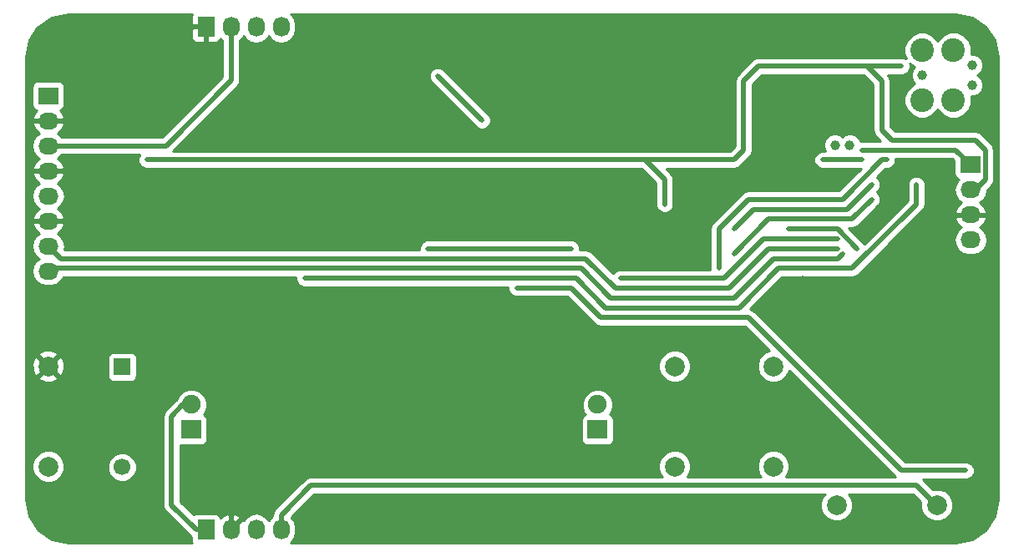
<source format=gbr>
G04 #@! TF.FileFunction,Copper,L2,Bot,Signal*
%FSLAX46Y46*%
G04 Gerber Fmt 4.6, Leading zero omitted, Abs format (unit mm)*
G04 Created by KiCad (PCBNEW 4.0.1-stable) date Tuesday, May 03, 2016 'AMt' 11:53:51 AM*
%MOMM*%
G01*
G04 APERTURE LIST*
%ADD10C,0.150000*%
%ADD11C,1.699260*%
%ADD12R,1.699260X1.699260*%
%ADD13R,2.000000X1.900000*%
%ADD14C,1.900000*%
%ADD15R,2.032000X1.727200*%
%ADD16O,2.032000X1.727200*%
%ADD17C,1.000760*%
%ADD18C,1.998980*%
%ADD19R,1.727200X2.032000*%
%ADD20O,1.727200X2.032000*%
%ADD21C,2.400000*%
%ADD22C,1.000000*%
%ADD23C,0.500000*%
%ADD24C,0.500000*%
%ADD25C,0.254000*%
G04 APERTURE END LIST*
D10*
D11*
X175502540Y-91660520D03*
D12*
X175502540Y-81500520D03*
D13*
X182500000Y-87850000D03*
D14*
X182500000Y-85310000D03*
D13*
X223680000Y-87850000D03*
D14*
X223680000Y-85310000D03*
D15*
X261500000Y-61000000D03*
D16*
X261500000Y-63540000D03*
X261500000Y-66080000D03*
X261500000Y-68620000D03*
D15*
X168000000Y-54000000D03*
D16*
X168000000Y-56540000D03*
X168000000Y-59080000D03*
X168000000Y-61620000D03*
X168000000Y-64160000D03*
X168000000Y-66700000D03*
X168000000Y-69240000D03*
X168000000Y-71780000D03*
D17*
X247750700Y-59000000D03*
X249249300Y-59000000D03*
D18*
X168000000Y-91580000D03*
X168000000Y-81420000D03*
X231500000Y-81420000D03*
X231500000Y-91580000D03*
X241500000Y-81420000D03*
X241500000Y-91580000D03*
X258080000Y-95500000D03*
X247920000Y-95500000D03*
D19*
X184000000Y-98000000D03*
D20*
X186540000Y-98000000D03*
X189080000Y-98000000D03*
X191620000Y-98000000D03*
D19*
X184000000Y-47000000D03*
D20*
X186540000Y-47000000D03*
X189080000Y-47000000D03*
X191620000Y-47000000D03*
D21*
X259755000Y-49370000D03*
X259755000Y-54450000D03*
X256580000Y-49370000D03*
X256580000Y-54450000D03*
D22*
X261660000Y-50894000D03*
X261660000Y-52926000D03*
X256580000Y-51910000D03*
X256580000Y-51910000D03*
X261660000Y-52926000D03*
X261660000Y-50894000D03*
D21*
X256580000Y-54450000D03*
X256580000Y-49370000D03*
X259755000Y-54450000D03*
X259755000Y-49370000D03*
D23*
X225500000Y-56000000D03*
X236500000Y-59500000D03*
X236500000Y-62500000D03*
X230500000Y-56000000D03*
X230500000Y-57000000D03*
X246000000Y-92000000D03*
X246000000Y-95000000D03*
X245000000Y-92000000D03*
X245000000Y-95000000D03*
X201500000Y-92000000D03*
X201500000Y-95000000D03*
X244000000Y-92000000D03*
X244000000Y-95000000D03*
X200500000Y-95000000D03*
X200500000Y-92000000D03*
X199500000Y-92000000D03*
X199500000Y-95000000D03*
X183500000Y-73000000D03*
X183500000Y-69000000D03*
X185500000Y-69000000D03*
X184500000Y-73000000D03*
X184500000Y-69000000D03*
X185500000Y-73000000D03*
X235500000Y-62500000D03*
X235500000Y-59500000D03*
X225500000Y-58000000D03*
X230500000Y-58000000D03*
X234500000Y-62500000D03*
X234500000Y-59500000D03*
X225500000Y-57000000D03*
X220000000Y-62500000D03*
X219000000Y-67500000D03*
X219000000Y-62500000D03*
X221000000Y-62500000D03*
X219000000Y-65000000D03*
X220000000Y-67500000D03*
X220000000Y-65000000D03*
X221000000Y-67500000D03*
X221000000Y-65000000D03*
X260000000Y-90500000D03*
X244500000Y-72500000D03*
X262474998Y-54500000D03*
X246500000Y-59500000D03*
X261000000Y-92000000D03*
X215500000Y-73500000D03*
X230500000Y-65000000D03*
X240000000Y-51000000D03*
X254500000Y-51000000D03*
X178000000Y-60500000D03*
X206500000Y-69500000D03*
X221000000Y-69500000D03*
X246500000Y-60500000D03*
X250500000Y-60500000D03*
X250500000Y-59500000D03*
X248000000Y-69500000D03*
X248500000Y-70000000D03*
X207500000Y-52000000D03*
X212000000Y-56500000D03*
X256000000Y-63000000D03*
X194000000Y-72500000D03*
X236000000Y-71500000D03*
X253000000Y-60500000D03*
X251500000Y-64500000D03*
X237500000Y-70000000D03*
X243000000Y-67500000D03*
X250000000Y-69500000D03*
X237500000Y-67500000D03*
X251500000Y-63000000D03*
X226000000Y-72500000D03*
X248000000Y-68500000D03*
D24*
X230500000Y-56000000D02*
X225500000Y-56000000D01*
X233000000Y-56000000D02*
X236500000Y-59500000D01*
X230500000Y-56000000D02*
X233000000Y-56000000D01*
X245000000Y-95000000D02*
X246000000Y-95000000D01*
X244000000Y-95000000D02*
X245000000Y-95000000D01*
X201500000Y-95000000D02*
X244000000Y-95000000D01*
X200500000Y-92000000D02*
X201500000Y-92000000D01*
X199500000Y-92000000D02*
X200500000Y-92000000D01*
X186540000Y-98000000D02*
X186540000Y-97960000D01*
X186540000Y-97960000D02*
X192500000Y-92000000D01*
X192500000Y-92000000D02*
X199500000Y-92000000D01*
X184500000Y-69000000D02*
X183500000Y-69000000D01*
X185500000Y-69000000D02*
X184500000Y-69000000D01*
X230500000Y-57000000D02*
X233000000Y-57000000D01*
X233000000Y-57000000D02*
X235500000Y-59500000D01*
X230500000Y-58000000D02*
X233000000Y-58000000D01*
X225500000Y-58000000D02*
X230500000Y-58000000D01*
X233000000Y-58000000D02*
X234500000Y-59500000D01*
X225500000Y-57000000D02*
X230500000Y-57000000D01*
X220000000Y-65000000D02*
X220000000Y-62500000D01*
X219000000Y-67500000D02*
X219000000Y-65000000D01*
X219000000Y-62500000D02*
X219000000Y-65000000D01*
X221000000Y-62500000D02*
X221000000Y-65000000D01*
X220000000Y-67500000D02*
X220000000Y-65000000D01*
X221000000Y-65000000D02*
X221000000Y-67500000D01*
X254500000Y-92000000D02*
X261000000Y-92000000D01*
X224000000Y-76500000D02*
X239000000Y-76500000D01*
X221000000Y-73500000D02*
X215500000Y-73500000D01*
X224000000Y-76500000D02*
X221000000Y-73500000D01*
X239000000Y-76500000D02*
X254500000Y-92000000D01*
X230500000Y-62500000D02*
X228500000Y-60500000D01*
X230500000Y-65000000D02*
X230500000Y-62500000D01*
X252500000Y-52500000D02*
X252500000Y-57500000D01*
X261960000Y-63540000D02*
X263000000Y-62500000D01*
X263000000Y-59500000D02*
X262000000Y-58500000D01*
X263000000Y-62500000D02*
X263000000Y-59500000D01*
X252500000Y-52500000D02*
X251000000Y-51000000D01*
X253500000Y-58500000D02*
X262000000Y-58500000D01*
X252500000Y-57500000D02*
X253500000Y-58500000D01*
X261500000Y-63540000D02*
X261960000Y-63540000D01*
X237500000Y-60500000D02*
X238500000Y-59500000D01*
X228500000Y-60500000D02*
X237500000Y-60500000D01*
X238500000Y-59500000D02*
X238500000Y-52500000D01*
X238500000Y-52500000D02*
X240000000Y-51000000D01*
X240000000Y-51000000D02*
X251000000Y-51000000D01*
X251000000Y-51000000D02*
X254500000Y-51000000D01*
X178000000Y-60500000D02*
X228500000Y-60500000D01*
X191620000Y-98000000D02*
X191620000Y-96500000D01*
X256000000Y-93500000D02*
X194620000Y-93500000D01*
X194620000Y-93500000D02*
X191620000Y-96500000D01*
X256000000Y-93500000D02*
X258000000Y-95500000D01*
X258080000Y-95500000D02*
X258000000Y-95500000D01*
X168000000Y-59080000D02*
X179920000Y-59080000D01*
X186540000Y-52460000D02*
X186540000Y-47000000D01*
X179920000Y-59080000D02*
X186540000Y-52460000D01*
X168000000Y-59080000D02*
X168420000Y-59080000D01*
X221000000Y-69500000D02*
X206500000Y-69500000D01*
X250500000Y-60500000D02*
X246500000Y-60500000D01*
X182500000Y-85310000D02*
X181690000Y-85310000D01*
X181690000Y-85310000D02*
X180500000Y-86500000D01*
X183000000Y-98000000D02*
X180500000Y-95500000D01*
X180500000Y-95500000D02*
X180500000Y-90500000D01*
X184000000Y-98000000D02*
X183000000Y-98000000D01*
X180500000Y-86500000D02*
X180500000Y-90500000D01*
X260000000Y-59500000D02*
X261500000Y-61000000D01*
X259000000Y-59500000D02*
X260000000Y-59500000D01*
X255000000Y-59500000D02*
X259000000Y-59500000D01*
X250500000Y-59500000D02*
X255000000Y-59500000D01*
X222500000Y-70500000D02*
X225500000Y-73500000D01*
X222500000Y-70500000D02*
X169260000Y-70500000D01*
X168000000Y-69240000D02*
X169260000Y-70500000D01*
X225500000Y-73500000D02*
X237000000Y-73500000D01*
X248000000Y-69500000D02*
X241000000Y-69500000D01*
X241000000Y-69500000D02*
X237000000Y-73500000D01*
X225000000Y-74500000D02*
X222000000Y-71500000D01*
X248000000Y-70500000D02*
X241500000Y-70500000D01*
X241500000Y-70500000D02*
X237500000Y-74500000D01*
X248500000Y-70000000D02*
X248000000Y-70500000D01*
X225000000Y-74500000D02*
X237500000Y-74500000D01*
X222000000Y-71500000D02*
X168280000Y-71500000D01*
X168280000Y-71500000D02*
X168000000Y-71780000D01*
X207500000Y-52000000D02*
X212000000Y-56500000D01*
X224500000Y-75500000D02*
X221500000Y-72500000D01*
X256000000Y-63000000D02*
X256000000Y-65000000D01*
X256000000Y-65000000D02*
X249500000Y-71500000D01*
X249500000Y-71500000D02*
X242000000Y-71500000D01*
X242000000Y-71500000D02*
X238000000Y-75500000D01*
X224500000Y-75500000D02*
X238000000Y-75500000D01*
X221500000Y-72500000D02*
X194000000Y-72500000D01*
X253000000Y-60500000D02*
X252500000Y-60500000D01*
X236000000Y-67500000D02*
X236000000Y-71500000D01*
X239000000Y-64500000D02*
X236000000Y-67500000D01*
X248500000Y-64500000D02*
X239000000Y-64500000D01*
X252500000Y-60500000D02*
X248500000Y-64500000D01*
X249500000Y-66500000D02*
X251500000Y-64500000D01*
X241000000Y-66500000D02*
X237500000Y-70000000D01*
X241000000Y-66500000D02*
X249500000Y-66500000D01*
X248000000Y-67500000D02*
X250000000Y-69500000D01*
X248000000Y-67500000D02*
X243000000Y-67500000D01*
X239500000Y-65500000D02*
X249000000Y-65500000D01*
X239500000Y-65500000D02*
X237500000Y-67500000D01*
X249000000Y-65500000D02*
X251500000Y-63000000D01*
X236500000Y-72500000D02*
X226000000Y-72500000D01*
X248000000Y-68500000D02*
X240500000Y-68500000D01*
X240500000Y-68500000D02*
X236500000Y-72500000D01*
D25*
G36*
X261636390Y-46049408D02*
X263023654Y-46976349D01*
X263950592Y-48363610D01*
X264290000Y-50069931D01*
X264290000Y-94930069D01*
X263950592Y-96636390D01*
X263023654Y-98023651D01*
X261636390Y-98950592D01*
X259930069Y-99290000D01*
X192611447Y-99290000D01*
X192679670Y-99244415D01*
X193004526Y-98758234D01*
X193118600Y-98184745D01*
X193118600Y-97815255D01*
X193004526Y-97241766D01*
X192679670Y-96755585D01*
X192641500Y-96730080D01*
X194986579Y-94385000D01*
X246723409Y-94385000D01*
X246535154Y-94572927D01*
X246285794Y-95173453D01*
X246285226Y-95823694D01*
X246533538Y-96424655D01*
X246992927Y-96884846D01*
X247593453Y-97134206D01*
X248243694Y-97134774D01*
X248844655Y-96886462D01*
X249304846Y-96427073D01*
X249554206Y-95826547D01*
X249554774Y-95176306D01*
X249306462Y-94575345D01*
X249116449Y-94385000D01*
X255633420Y-94385000D01*
X256445773Y-95197353D01*
X256445226Y-95823694D01*
X256693538Y-96424655D01*
X257152927Y-96884846D01*
X257753453Y-97134206D01*
X258403694Y-97134774D01*
X259004655Y-96886462D01*
X259464846Y-96427073D01*
X259714206Y-95826547D01*
X259714774Y-95176306D01*
X259466462Y-94575345D01*
X259007073Y-94115154D01*
X258406547Y-93865794D01*
X257756306Y-93865226D01*
X257657593Y-93906013D01*
X256636580Y-92885000D01*
X260999801Y-92885000D01*
X261175265Y-92885153D01*
X261500657Y-92750704D01*
X261625788Y-92625791D01*
X261625790Y-92625790D01*
X261625791Y-92625788D01*
X261749829Y-92501967D01*
X261884846Y-92176810D01*
X261885153Y-91824735D01*
X261750704Y-91499343D01*
X261625791Y-91374212D01*
X261625790Y-91374210D01*
X261625788Y-91374209D01*
X261501967Y-91250171D01*
X261176810Y-91115154D01*
X260824735Y-91114847D01*
X260824365Y-91115000D01*
X254866579Y-91115000D01*
X239625790Y-75874210D01*
X239572606Y-75838674D01*
X239338675Y-75682367D01*
X239282484Y-75671190D01*
X239113920Y-75637660D01*
X242366579Y-72385000D01*
X249499995Y-72385000D01*
X249500000Y-72385001D01*
X249810738Y-72323190D01*
X249838675Y-72317633D01*
X250125790Y-72125790D01*
X250125791Y-72125789D01*
X253631579Y-68620000D01*
X259816655Y-68620000D01*
X259930729Y-69193489D01*
X260255585Y-69679670D01*
X260741766Y-70004526D01*
X261315255Y-70118600D01*
X261684745Y-70118600D01*
X262258234Y-70004526D01*
X262744415Y-69679670D01*
X263069271Y-69193489D01*
X263183345Y-68620000D01*
X263069271Y-68046511D01*
X262744415Y-67560330D01*
X262434931Y-67353539D01*
X262850732Y-66982036D01*
X263104709Y-66454791D01*
X263107358Y-66439026D01*
X262986217Y-66207000D01*
X261627000Y-66207000D01*
X261627000Y-66227000D01*
X261373000Y-66227000D01*
X261373000Y-66207000D01*
X260013783Y-66207000D01*
X259892642Y-66439026D01*
X259895291Y-66454791D01*
X260149268Y-66982036D01*
X260565069Y-67353539D01*
X260255585Y-67560330D01*
X259930729Y-68046511D01*
X259816655Y-68620000D01*
X253631579Y-68620000D01*
X256625787Y-65625792D01*
X256625790Y-65625790D01*
X256817633Y-65338675D01*
X256841305Y-65219670D01*
X256885001Y-65000000D01*
X256885000Y-64999995D01*
X256885000Y-63000000D01*
X256885153Y-62824735D01*
X256750704Y-62499343D01*
X256625791Y-62374212D01*
X256625790Y-62374210D01*
X256625788Y-62374209D01*
X256501967Y-62250171D01*
X256176810Y-62115154D01*
X255824735Y-62114847D01*
X255499343Y-62249296D01*
X255374212Y-62374209D01*
X255374210Y-62374210D01*
X255374209Y-62374212D01*
X255250171Y-62498033D01*
X255115154Y-62823190D01*
X255114847Y-63175265D01*
X255115000Y-63175635D01*
X255115000Y-64633421D01*
X250749891Y-68998529D01*
X250501967Y-68750171D01*
X250501596Y-68750017D01*
X249136580Y-67385000D01*
X249499995Y-67385000D01*
X249500000Y-67385001D01*
X249810738Y-67323190D01*
X249838675Y-67317633D01*
X250125790Y-67125790D01*
X252125789Y-65125790D01*
X252125790Y-65125789D01*
X252249829Y-65001967D01*
X252384846Y-64676810D01*
X252385000Y-64500004D01*
X252385001Y-64500000D01*
X252385000Y-64499996D01*
X252385153Y-64324735D01*
X252250704Y-63999343D01*
X252001967Y-63750171D01*
X252001572Y-63750007D01*
X252125790Y-63625789D01*
X252249829Y-63501967D01*
X252384846Y-63176810D01*
X252385000Y-63000004D01*
X252385001Y-63000000D01*
X252385000Y-62999996D01*
X252385153Y-62824735D01*
X252250704Y-62499343D01*
X252125791Y-62374212D01*
X252125790Y-62374210D01*
X252125788Y-62374209D01*
X252001967Y-62250171D01*
X252001572Y-62250007D01*
X252866579Y-61385000D01*
X252999801Y-61385000D01*
X253175265Y-61385153D01*
X253500657Y-61250704D01*
X253625788Y-61125791D01*
X253625790Y-61125790D01*
X253625791Y-61125788D01*
X253749829Y-61001967D01*
X253884846Y-60676810D01*
X253885100Y-60385000D01*
X259633420Y-60385000D01*
X259836560Y-60588140D01*
X259836560Y-61863600D01*
X259880838Y-62098917D01*
X260019910Y-62315041D01*
X260232110Y-62460031D01*
X260273439Y-62468400D01*
X260255585Y-62480330D01*
X259930729Y-62966511D01*
X259816655Y-63540000D01*
X259930729Y-64113489D01*
X260255585Y-64599670D01*
X260565069Y-64806461D01*
X260149268Y-65177964D01*
X259895291Y-65705209D01*
X259892642Y-65720974D01*
X260013783Y-65953000D01*
X261373000Y-65953000D01*
X261373000Y-65933000D01*
X261627000Y-65933000D01*
X261627000Y-65953000D01*
X262986217Y-65953000D01*
X263107358Y-65720974D01*
X263104709Y-65705209D01*
X262850732Y-65177964D01*
X262434931Y-64806461D01*
X262744415Y-64599670D01*
X263069271Y-64113489D01*
X263176334Y-63575245D01*
X263625787Y-63125792D01*
X263625790Y-63125790D01*
X263817633Y-62838675D01*
X263830205Y-62775474D01*
X263885001Y-62500000D01*
X263885000Y-62499995D01*
X263885000Y-59500005D01*
X263885001Y-59500000D01*
X263817634Y-59161326D01*
X263753975Y-59066054D01*
X263625790Y-58874210D01*
X263625787Y-58874208D01*
X262625790Y-57874210D01*
X262562549Y-57831954D01*
X262338675Y-57682367D01*
X262282484Y-57671190D01*
X262000000Y-57614999D01*
X261999995Y-57615000D01*
X253866579Y-57615000D01*
X253385000Y-57133420D01*
X253385000Y-52500000D01*
X253317633Y-52161325D01*
X253133000Y-51885000D01*
X254499801Y-51885000D01*
X254675265Y-51885153D01*
X255000657Y-51750704D01*
X255125788Y-51625791D01*
X255125790Y-51625790D01*
X255125791Y-51625788D01*
X255249829Y-51501967D01*
X255384846Y-51176810D01*
X255385153Y-50824735D01*
X255346858Y-50732053D01*
X255539199Y-50924730D01*
X255836705Y-51048265D01*
X255618355Y-51266235D01*
X255445197Y-51683244D01*
X255444803Y-52134775D01*
X255617233Y-52552086D01*
X255836499Y-52771735D01*
X255541914Y-52893455D01*
X255025270Y-53409199D01*
X254745319Y-54083395D01*
X254744682Y-54813403D01*
X255023455Y-55488086D01*
X255539199Y-56004730D01*
X256213395Y-56284681D01*
X256943403Y-56285318D01*
X257618086Y-56006545D01*
X258134730Y-55490801D01*
X258167233Y-55412524D01*
X258198455Y-55488086D01*
X258714199Y-56004730D01*
X259388395Y-56284681D01*
X260118403Y-56285318D01*
X260793086Y-56006545D01*
X261309730Y-55490801D01*
X261589681Y-54816605D01*
X261590318Y-54086597D01*
X261579713Y-54060931D01*
X261884775Y-54061197D01*
X262302086Y-53888767D01*
X262621645Y-53569765D01*
X262794803Y-53152756D01*
X262795197Y-52701225D01*
X262622767Y-52283914D01*
X262303765Y-51964355D01*
X262173058Y-51910080D01*
X262302086Y-51856767D01*
X262621645Y-51537765D01*
X262794803Y-51120756D01*
X262795197Y-50669225D01*
X262622767Y-50251914D01*
X262303765Y-49932355D01*
X261886756Y-49759197D01*
X261580411Y-49758930D01*
X261589681Y-49736605D01*
X261590318Y-49006597D01*
X261311545Y-48331914D01*
X260795801Y-47815270D01*
X260121605Y-47535319D01*
X259391597Y-47534682D01*
X258716914Y-47813455D01*
X258200270Y-48329199D01*
X258167767Y-48407476D01*
X258136545Y-48331914D01*
X257620801Y-47815270D01*
X256946605Y-47535319D01*
X256216597Y-47534682D01*
X255541914Y-47813455D01*
X255025270Y-48329199D01*
X254745319Y-49003395D01*
X254744682Y-49733403D01*
X254949143Y-50228236D01*
X254676810Y-50115154D01*
X254324735Y-50114847D01*
X254324365Y-50115000D01*
X251000005Y-50115000D01*
X251000000Y-50114999D01*
X250999995Y-50115000D01*
X240000199Y-50115000D01*
X239824735Y-50114847D01*
X239499343Y-50249296D01*
X239374212Y-50374209D01*
X239374210Y-50374210D01*
X239374209Y-50374212D01*
X239250171Y-50498033D01*
X239250017Y-50498404D01*
X237874210Y-51874210D01*
X237682367Y-52161325D01*
X237682367Y-52161326D01*
X237614999Y-52500000D01*
X237615000Y-52500005D01*
X237615000Y-59133421D01*
X237133420Y-59615000D01*
X228500005Y-59615000D01*
X228500000Y-59614999D01*
X228499995Y-59615000D01*
X180636580Y-59615000D01*
X187165787Y-53085792D01*
X187165790Y-53085790D01*
X187357633Y-52798675D01*
X187382769Y-52672310D01*
X187425001Y-52460000D01*
X187425000Y-52459995D01*
X187425000Y-52175265D01*
X206614847Y-52175265D01*
X206749296Y-52500657D01*
X206874209Y-52625788D01*
X206874210Y-52625790D01*
X206874522Y-52626102D01*
X206998033Y-52749829D01*
X206998402Y-52749982D01*
X211373950Y-57125529D01*
X211498033Y-57249829D01*
X211823190Y-57384846D01*
X211999996Y-57385000D01*
X212000000Y-57385001D01*
X212000004Y-57385000D01*
X212175265Y-57385153D01*
X212500657Y-57250704D01*
X212749829Y-57001967D01*
X212884846Y-56676810D01*
X212885000Y-56500004D01*
X212885001Y-56500000D01*
X212885000Y-56499996D01*
X212885153Y-56324735D01*
X212750704Y-55999343D01*
X212501967Y-55750171D01*
X212501596Y-55750017D01*
X208125790Y-51374210D01*
X208125788Y-51374209D01*
X208001967Y-51250171D01*
X207676810Y-51115154D01*
X207500004Y-51115000D01*
X207500000Y-51114999D01*
X207499996Y-51115000D01*
X207324735Y-51114847D01*
X206999343Y-51249296D01*
X206874212Y-51374209D01*
X206874210Y-51374210D01*
X206874209Y-51374212D01*
X206750171Y-51498033D01*
X206615154Y-51823190D01*
X206615000Y-51999996D01*
X206614999Y-52000000D01*
X206615000Y-52000004D01*
X206614847Y-52175265D01*
X187425000Y-52175265D01*
X187425000Y-48361126D01*
X187599670Y-48244415D01*
X187810000Y-47929634D01*
X188020330Y-48244415D01*
X188506511Y-48569271D01*
X189080000Y-48683345D01*
X189653489Y-48569271D01*
X190139670Y-48244415D01*
X190350000Y-47929634D01*
X190560330Y-48244415D01*
X191046511Y-48569271D01*
X191620000Y-48683345D01*
X192193489Y-48569271D01*
X192679670Y-48244415D01*
X193004526Y-47758234D01*
X193118600Y-47184745D01*
X193118600Y-46815255D01*
X193004526Y-46241766D01*
X192679670Y-45755585D01*
X192611447Y-45710000D01*
X259930069Y-45710000D01*
X261636390Y-46049408D01*
X261636390Y-46049408D01*
G37*
X261636390Y-46049408D02*
X263023654Y-46976349D01*
X263950592Y-48363610D01*
X264290000Y-50069931D01*
X264290000Y-94930069D01*
X263950592Y-96636390D01*
X263023654Y-98023651D01*
X261636390Y-98950592D01*
X259930069Y-99290000D01*
X192611447Y-99290000D01*
X192679670Y-99244415D01*
X193004526Y-98758234D01*
X193118600Y-98184745D01*
X193118600Y-97815255D01*
X193004526Y-97241766D01*
X192679670Y-96755585D01*
X192641500Y-96730080D01*
X194986579Y-94385000D01*
X246723409Y-94385000D01*
X246535154Y-94572927D01*
X246285794Y-95173453D01*
X246285226Y-95823694D01*
X246533538Y-96424655D01*
X246992927Y-96884846D01*
X247593453Y-97134206D01*
X248243694Y-97134774D01*
X248844655Y-96886462D01*
X249304846Y-96427073D01*
X249554206Y-95826547D01*
X249554774Y-95176306D01*
X249306462Y-94575345D01*
X249116449Y-94385000D01*
X255633420Y-94385000D01*
X256445773Y-95197353D01*
X256445226Y-95823694D01*
X256693538Y-96424655D01*
X257152927Y-96884846D01*
X257753453Y-97134206D01*
X258403694Y-97134774D01*
X259004655Y-96886462D01*
X259464846Y-96427073D01*
X259714206Y-95826547D01*
X259714774Y-95176306D01*
X259466462Y-94575345D01*
X259007073Y-94115154D01*
X258406547Y-93865794D01*
X257756306Y-93865226D01*
X257657593Y-93906013D01*
X256636580Y-92885000D01*
X260999801Y-92885000D01*
X261175265Y-92885153D01*
X261500657Y-92750704D01*
X261625788Y-92625791D01*
X261625790Y-92625790D01*
X261625791Y-92625788D01*
X261749829Y-92501967D01*
X261884846Y-92176810D01*
X261885153Y-91824735D01*
X261750704Y-91499343D01*
X261625791Y-91374212D01*
X261625790Y-91374210D01*
X261625788Y-91374209D01*
X261501967Y-91250171D01*
X261176810Y-91115154D01*
X260824735Y-91114847D01*
X260824365Y-91115000D01*
X254866579Y-91115000D01*
X239625790Y-75874210D01*
X239572606Y-75838674D01*
X239338675Y-75682367D01*
X239282484Y-75671190D01*
X239113920Y-75637660D01*
X242366579Y-72385000D01*
X249499995Y-72385000D01*
X249500000Y-72385001D01*
X249810738Y-72323190D01*
X249838675Y-72317633D01*
X250125790Y-72125790D01*
X250125791Y-72125789D01*
X253631579Y-68620000D01*
X259816655Y-68620000D01*
X259930729Y-69193489D01*
X260255585Y-69679670D01*
X260741766Y-70004526D01*
X261315255Y-70118600D01*
X261684745Y-70118600D01*
X262258234Y-70004526D01*
X262744415Y-69679670D01*
X263069271Y-69193489D01*
X263183345Y-68620000D01*
X263069271Y-68046511D01*
X262744415Y-67560330D01*
X262434931Y-67353539D01*
X262850732Y-66982036D01*
X263104709Y-66454791D01*
X263107358Y-66439026D01*
X262986217Y-66207000D01*
X261627000Y-66207000D01*
X261627000Y-66227000D01*
X261373000Y-66227000D01*
X261373000Y-66207000D01*
X260013783Y-66207000D01*
X259892642Y-66439026D01*
X259895291Y-66454791D01*
X260149268Y-66982036D01*
X260565069Y-67353539D01*
X260255585Y-67560330D01*
X259930729Y-68046511D01*
X259816655Y-68620000D01*
X253631579Y-68620000D01*
X256625787Y-65625792D01*
X256625790Y-65625790D01*
X256817633Y-65338675D01*
X256841305Y-65219670D01*
X256885001Y-65000000D01*
X256885000Y-64999995D01*
X256885000Y-63000000D01*
X256885153Y-62824735D01*
X256750704Y-62499343D01*
X256625791Y-62374212D01*
X256625790Y-62374210D01*
X256625788Y-62374209D01*
X256501967Y-62250171D01*
X256176810Y-62115154D01*
X255824735Y-62114847D01*
X255499343Y-62249296D01*
X255374212Y-62374209D01*
X255374210Y-62374210D01*
X255374209Y-62374212D01*
X255250171Y-62498033D01*
X255115154Y-62823190D01*
X255114847Y-63175265D01*
X255115000Y-63175635D01*
X255115000Y-64633421D01*
X250749891Y-68998529D01*
X250501967Y-68750171D01*
X250501596Y-68750017D01*
X249136580Y-67385000D01*
X249499995Y-67385000D01*
X249500000Y-67385001D01*
X249810738Y-67323190D01*
X249838675Y-67317633D01*
X250125790Y-67125790D01*
X252125789Y-65125790D01*
X252125790Y-65125789D01*
X252249829Y-65001967D01*
X252384846Y-64676810D01*
X252385000Y-64500004D01*
X252385001Y-64500000D01*
X252385000Y-64499996D01*
X252385153Y-64324735D01*
X252250704Y-63999343D01*
X252001967Y-63750171D01*
X252001572Y-63750007D01*
X252125790Y-63625789D01*
X252249829Y-63501967D01*
X252384846Y-63176810D01*
X252385000Y-63000004D01*
X252385001Y-63000000D01*
X252385000Y-62999996D01*
X252385153Y-62824735D01*
X252250704Y-62499343D01*
X252125791Y-62374212D01*
X252125790Y-62374210D01*
X252125788Y-62374209D01*
X252001967Y-62250171D01*
X252001572Y-62250007D01*
X252866579Y-61385000D01*
X252999801Y-61385000D01*
X253175265Y-61385153D01*
X253500657Y-61250704D01*
X253625788Y-61125791D01*
X253625790Y-61125790D01*
X253625791Y-61125788D01*
X253749829Y-61001967D01*
X253884846Y-60676810D01*
X253885100Y-60385000D01*
X259633420Y-60385000D01*
X259836560Y-60588140D01*
X259836560Y-61863600D01*
X259880838Y-62098917D01*
X260019910Y-62315041D01*
X260232110Y-62460031D01*
X260273439Y-62468400D01*
X260255585Y-62480330D01*
X259930729Y-62966511D01*
X259816655Y-63540000D01*
X259930729Y-64113489D01*
X260255585Y-64599670D01*
X260565069Y-64806461D01*
X260149268Y-65177964D01*
X259895291Y-65705209D01*
X259892642Y-65720974D01*
X260013783Y-65953000D01*
X261373000Y-65953000D01*
X261373000Y-65933000D01*
X261627000Y-65933000D01*
X261627000Y-65953000D01*
X262986217Y-65953000D01*
X263107358Y-65720974D01*
X263104709Y-65705209D01*
X262850732Y-65177964D01*
X262434931Y-64806461D01*
X262744415Y-64599670D01*
X263069271Y-64113489D01*
X263176334Y-63575245D01*
X263625787Y-63125792D01*
X263625790Y-63125790D01*
X263817633Y-62838675D01*
X263830205Y-62775474D01*
X263885001Y-62500000D01*
X263885000Y-62499995D01*
X263885000Y-59500005D01*
X263885001Y-59500000D01*
X263817634Y-59161326D01*
X263753975Y-59066054D01*
X263625790Y-58874210D01*
X263625787Y-58874208D01*
X262625790Y-57874210D01*
X262562549Y-57831954D01*
X262338675Y-57682367D01*
X262282484Y-57671190D01*
X262000000Y-57614999D01*
X261999995Y-57615000D01*
X253866579Y-57615000D01*
X253385000Y-57133420D01*
X253385000Y-52500000D01*
X253317633Y-52161325D01*
X253133000Y-51885000D01*
X254499801Y-51885000D01*
X254675265Y-51885153D01*
X255000657Y-51750704D01*
X255125788Y-51625791D01*
X255125790Y-51625790D01*
X255125791Y-51625788D01*
X255249829Y-51501967D01*
X255384846Y-51176810D01*
X255385153Y-50824735D01*
X255346858Y-50732053D01*
X255539199Y-50924730D01*
X255836705Y-51048265D01*
X255618355Y-51266235D01*
X255445197Y-51683244D01*
X255444803Y-52134775D01*
X255617233Y-52552086D01*
X255836499Y-52771735D01*
X255541914Y-52893455D01*
X255025270Y-53409199D01*
X254745319Y-54083395D01*
X254744682Y-54813403D01*
X255023455Y-55488086D01*
X255539199Y-56004730D01*
X256213395Y-56284681D01*
X256943403Y-56285318D01*
X257618086Y-56006545D01*
X258134730Y-55490801D01*
X258167233Y-55412524D01*
X258198455Y-55488086D01*
X258714199Y-56004730D01*
X259388395Y-56284681D01*
X260118403Y-56285318D01*
X260793086Y-56006545D01*
X261309730Y-55490801D01*
X261589681Y-54816605D01*
X261590318Y-54086597D01*
X261579713Y-54060931D01*
X261884775Y-54061197D01*
X262302086Y-53888767D01*
X262621645Y-53569765D01*
X262794803Y-53152756D01*
X262795197Y-52701225D01*
X262622767Y-52283914D01*
X262303765Y-51964355D01*
X262173058Y-51910080D01*
X262302086Y-51856767D01*
X262621645Y-51537765D01*
X262794803Y-51120756D01*
X262795197Y-50669225D01*
X262622767Y-50251914D01*
X262303765Y-49932355D01*
X261886756Y-49759197D01*
X261580411Y-49758930D01*
X261589681Y-49736605D01*
X261590318Y-49006597D01*
X261311545Y-48331914D01*
X260795801Y-47815270D01*
X260121605Y-47535319D01*
X259391597Y-47534682D01*
X258716914Y-47813455D01*
X258200270Y-48329199D01*
X258167767Y-48407476D01*
X258136545Y-48331914D01*
X257620801Y-47815270D01*
X256946605Y-47535319D01*
X256216597Y-47534682D01*
X255541914Y-47813455D01*
X255025270Y-48329199D01*
X254745319Y-49003395D01*
X254744682Y-49733403D01*
X254949143Y-50228236D01*
X254676810Y-50115154D01*
X254324735Y-50114847D01*
X254324365Y-50115000D01*
X251000005Y-50115000D01*
X251000000Y-50114999D01*
X250999995Y-50115000D01*
X240000199Y-50115000D01*
X239824735Y-50114847D01*
X239499343Y-50249296D01*
X239374212Y-50374209D01*
X239374210Y-50374210D01*
X239374209Y-50374212D01*
X239250171Y-50498033D01*
X239250017Y-50498404D01*
X237874210Y-51874210D01*
X237682367Y-52161325D01*
X237682367Y-52161326D01*
X237614999Y-52500000D01*
X237615000Y-52500005D01*
X237615000Y-59133421D01*
X237133420Y-59615000D01*
X228500005Y-59615000D01*
X228500000Y-59614999D01*
X228499995Y-59615000D01*
X180636580Y-59615000D01*
X187165787Y-53085792D01*
X187165790Y-53085790D01*
X187357633Y-52798675D01*
X187382769Y-52672310D01*
X187425001Y-52460000D01*
X187425000Y-52459995D01*
X187425000Y-52175265D01*
X206614847Y-52175265D01*
X206749296Y-52500657D01*
X206874209Y-52625788D01*
X206874210Y-52625790D01*
X206874522Y-52626102D01*
X206998033Y-52749829D01*
X206998402Y-52749982D01*
X211373950Y-57125529D01*
X211498033Y-57249829D01*
X211823190Y-57384846D01*
X211999996Y-57385000D01*
X212000000Y-57385001D01*
X212000004Y-57385000D01*
X212175265Y-57385153D01*
X212500657Y-57250704D01*
X212749829Y-57001967D01*
X212884846Y-56676810D01*
X212885000Y-56500004D01*
X212885001Y-56500000D01*
X212885000Y-56499996D01*
X212885153Y-56324735D01*
X212750704Y-55999343D01*
X212501967Y-55750171D01*
X212501596Y-55750017D01*
X208125790Y-51374210D01*
X208125788Y-51374209D01*
X208001967Y-51250171D01*
X207676810Y-51115154D01*
X207500004Y-51115000D01*
X207500000Y-51114999D01*
X207499996Y-51115000D01*
X207324735Y-51114847D01*
X206999343Y-51249296D01*
X206874212Y-51374209D01*
X206874210Y-51374210D01*
X206874209Y-51374212D01*
X206750171Y-51498033D01*
X206615154Y-51823190D01*
X206615000Y-51999996D01*
X206614999Y-52000000D01*
X206615000Y-52000004D01*
X206614847Y-52175265D01*
X187425000Y-52175265D01*
X187425000Y-48361126D01*
X187599670Y-48244415D01*
X187810000Y-47929634D01*
X188020330Y-48244415D01*
X188506511Y-48569271D01*
X189080000Y-48683345D01*
X189653489Y-48569271D01*
X190139670Y-48244415D01*
X190350000Y-47929634D01*
X190560330Y-48244415D01*
X191046511Y-48569271D01*
X191620000Y-48683345D01*
X192193489Y-48569271D01*
X192679670Y-48244415D01*
X193004526Y-47758234D01*
X193118600Y-47184745D01*
X193118600Y-46815255D01*
X193004526Y-46241766D01*
X192679670Y-45755585D01*
X192611447Y-45710000D01*
X259930069Y-45710000D01*
X261636390Y-46049408D01*
G36*
X182501400Y-45857691D02*
X182501400Y-46714250D01*
X182660150Y-46873000D01*
X183873000Y-46873000D01*
X183873000Y-46853000D01*
X184127000Y-46853000D01*
X184127000Y-46873000D01*
X184147000Y-46873000D01*
X184147000Y-47127000D01*
X184127000Y-47127000D01*
X184127000Y-48492250D01*
X184285750Y-48651000D01*
X184989910Y-48651000D01*
X185223299Y-48554327D01*
X185401927Y-48375698D01*
X185465500Y-48222220D01*
X185480330Y-48244415D01*
X185655000Y-48361126D01*
X185655000Y-52093421D01*
X179553420Y-58195000D01*
X169361126Y-58195000D01*
X169244415Y-58020330D01*
X168934931Y-57813539D01*
X169350732Y-57442036D01*
X169604709Y-56914791D01*
X169607358Y-56899026D01*
X169486217Y-56667000D01*
X168127000Y-56667000D01*
X168127000Y-56687000D01*
X167873000Y-56687000D01*
X167873000Y-56667000D01*
X166513783Y-56667000D01*
X166392642Y-56899026D01*
X166395291Y-56914791D01*
X166649268Y-57442036D01*
X167065069Y-57813539D01*
X166755585Y-58020330D01*
X166430729Y-58506511D01*
X166316655Y-59080000D01*
X166430729Y-59653489D01*
X166755585Y-60139670D01*
X167065069Y-60346461D01*
X166649268Y-60717964D01*
X166395291Y-61245209D01*
X166392642Y-61260974D01*
X166513783Y-61493000D01*
X167873000Y-61493000D01*
X167873000Y-61473000D01*
X168127000Y-61473000D01*
X168127000Y-61493000D01*
X169486217Y-61493000D01*
X169607358Y-61260974D01*
X169604709Y-61245209D01*
X169350732Y-60717964D01*
X168934931Y-60346461D01*
X169244415Y-60139670D01*
X169361126Y-59965000D01*
X177283262Y-59965000D01*
X177250171Y-59998033D01*
X177115154Y-60323190D01*
X177114847Y-60675265D01*
X177249296Y-61000657D01*
X177374209Y-61125788D01*
X177374210Y-61125790D01*
X177374212Y-61125791D01*
X177498033Y-61249829D01*
X177823190Y-61384846D01*
X178175265Y-61385153D01*
X178175635Y-61385000D01*
X228133420Y-61385000D01*
X229615000Y-62866579D01*
X229615000Y-64999801D01*
X229614847Y-65175265D01*
X229749296Y-65500657D01*
X229874209Y-65625788D01*
X229874210Y-65625790D01*
X229874212Y-65625791D01*
X229998033Y-65749829D01*
X230323190Y-65884846D01*
X230675265Y-65885153D01*
X231000657Y-65750704D01*
X231125788Y-65625791D01*
X231125790Y-65625790D01*
X231125791Y-65625788D01*
X231249829Y-65501967D01*
X231384846Y-65176810D01*
X231385153Y-64824735D01*
X231385000Y-64824365D01*
X231385000Y-62500005D01*
X231385001Y-62500000D01*
X231317633Y-62161325D01*
X231125790Y-61874210D01*
X231125787Y-61874208D01*
X230636579Y-61385000D01*
X237499995Y-61385000D01*
X237500000Y-61385001D01*
X237782484Y-61328810D01*
X237838675Y-61317633D01*
X238125790Y-61125790D01*
X239125787Y-60125792D01*
X239125790Y-60125790D01*
X239293889Y-59874211D01*
X239317634Y-59838674D01*
X239385001Y-59500000D01*
X239385000Y-59499995D01*
X239385000Y-52866580D01*
X240366579Y-51885000D01*
X250633420Y-51885000D01*
X251615000Y-52866579D01*
X251615000Y-57499995D01*
X251614999Y-57500000D01*
X251651275Y-57682367D01*
X251682367Y-57838675D01*
X251815573Y-58038033D01*
X251874210Y-58125790D01*
X252363420Y-58615000D01*
X250500199Y-58615000D01*
X250324735Y-58614847D01*
X250319529Y-58616998D01*
X250212389Y-58357699D01*
X249893281Y-58038033D01*
X249476132Y-57864818D01*
X249024450Y-57864424D01*
X248606999Y-58036911D01*
X248500094Y-58143630D01*
X248394681Y-58038033D01*
X247977532Y-57864818D01*
X247525850Y-57864424D01*
X247108399Y-58036911D01*
X246788733Y-58356019D01*
X246615518Y-58773168D01*
X246615124Y-59224850D01*
X246776330Y-59615000D01*
X246500199Y-59615000D01*
X246324735Y-59614847D01*
X245999343Y-59749296D01*
X245874212Y-59874209D01*
X245874210Y-59874210D01*
X245874209Y-59874212D01*
X245750171Y-59998033D01*
X245615154Y-60323190D01*
X245614847Y-60675265D01*
X245749296Y-61000657D01*
X245874209Y-61125788D01*
X245874210Y-61125790D01*
X245874212Y-61125791D01*
X245998033Y-61249829D01*
X246323190Y-61384846D01*
X246675265Y-61385153D01*
X246675635Y-61385000D01*
X250363421Y-61385000D01*
X248133420Y-63615000D01*
X239000005Y-63615000D01*
X239000000Y-63614999D01*
X238717516Y-63671190D01*
X238661325Y-63682367D01*
X238374210Y-63874210D01*
X238374208Y-63874213D01*
X235374210Y-66874210D01*
X235182367Y-67161325D01*
X235182367Y-67161326D01*
X235114999Y-67500000D01*
X235115000Y-67500005D01*
X235115000Y-71499801D01*
X235114900Y-71615000D01*
X226000199Y-71615000D01*
X225824735Y-71614847D01*
X225499343Y-71749296D01*
X225374212Y-71874209D01*
X225374210Y-71874210D01*
X225374209Y-71874212D01*
X225250171Y-71998033D01*
X225250007Y-71998428D01*
X223125790Y-69874210D01*
X222838675Y-69682367D01*
X222782484Y-69671190D01*
X222500000Y-69614999D01*
X222499995Y-69615000D01*
X221884900Y-69615000D01*
X221885153Y-69324735D01*
X221750704Y-68999343D01*
X221625791Y-68874212D01*
X221625790Y-68874210D01*
X221625788Y-68874209D01*
X221501967Y-68750171D01*
X221176810Y-68615154D01*
X220824735Y-68614847D01*
X220824365Y-68615000D01*
X206500199Y-68615000D01*
X206324735Y-68614847D01*
X205999343Y-68749296D01*
X205874212Y-68874209D01*
X205874210Y-68874210D01*
X205874209Y-68874212D01*
X205750171Y-68998033D01*
X205615154Y-69323190D01*
X205614900Y-69615000D01*
X169626579Y-69615000D01*
X169611710Y-69600131D01*
X169683345Y-69240000D01*
X169569271Y-68666511D01*
X169244415Y-68180330D01*
X168934931Y-67973539D01*
X169350732Y-67602036D01*
X169604709Y-67074791D01*
X169607358Y-67059026D01*
X169486217Y-66827000D01*
X168127000Y-66827000D01*
X168127000Y-66847000D01*
X167873000Y-66847000D01*
X167873000Y-66827000D01*
X166513783Y-66827000D01*
X166392642Y-67059026D01*
X166395291Y-67074791D01*
X166649268Y-67602036D01*
X167065069Y-67973539D01*
X166755585Y-68180330D01*
X166430729Y-68666511D01*
X166316655Y-69240000D01*
X166430729Y-69813489D01*
X166755585Y-70299670D01*
X167070366Y-70510000D01*
X166755585Y-70720330D01*
X166430729Y-71206511D01*
X166316655Y-71780000D01*
X166430729Y-72353489D01*
X166755585Y-72839670D01*
X167241766Y-73164526D01*
X167815255Y-73278600D01*
X168184745Y-73278600D01*
X168758234Y-73164526D01*
X169244415Y-72839670D01*
X169548216Y-72385000D01*
X193115100Y-72385000D01*
X193114847Y-72675265D01*
X193249296Y-73000657D01*
X193374209Y-73125788D01*
X193374210Y-73125790D01*
X193374212Y-73125791D01*
X193498033Y-73249829D01*
X193823190Y-73384846D01*
X194175265Y-73385153D01*
X194175635Y-73385000D01*
X214615100Y-73385000D01*
X214614847Y-73675265D01*
X214749296Y-74000657D01*
X214874209Y-74125788D01*
X214874210Y-74125790D01*
X214874212Y-74125791D01*
X214998033Y-74249829D01*
X215323190Y-74384846D01*
X215675265Y-74385153D01*
X215675635Y-74385000D01*
X220633420Y-74385000D01*
X223374208Y-77125787D01*
X223374210Y-77125790D01*
X223661325Y-77317633D01*
X223717516Y-77328810D01*
X224000000Y-77385001D01*
X224000005Y-77385000D01*
X238633420Y-77385000D01*
X241075357Y-79826937D01*
X240575345Y-80033538D01*
X240115154Y-80492927D01*
X239865794Y-81093453D01*
X239865226Y-81743694D01*
X240113538Y-82344655D01*
X240572927Y-82804846D01*
X241173453Y-83054206D01*
X241823694Y-83054774D01*
X242424655Y-82806462D01*
X242884846Y-82347073D01*
X243093353Y-81844932D01*
X253863421Y-92615000D01*
X242776731Y-92615000D01*
X242884846Y-92507073D01*
X243134206Y-91906547D01*
X243134774Y-91256306D01*
X242886462Y-90655345D01*
X242427073Y-90195154D01*
X241826547Y-89945794D01*
X241176306Y-89945226D01*
X240575345Y-90193538D01*
X240115154Y-90652927D01*
X239865794Y-91253453D01*
X239865226Y-91903694D01*
X240113538Y-92504655D01*
X240223691Y-92615000D01*
X232776731Y-92615000D01*
X232884846Y-92507073D01*
X233134206Y-91906547D01*
X233134774Y-91256306D01*
X232886462Y-90655345D01*
X232427073Y-90195154D01*
X231826547Y-89945794D01*
X231176306Y-89945226D01*
X230575345Y-90193538D01*
X230115154Y-90652927D01*
X229865794Y-91253453D01*
X229865226Y-91903694D01*
X230113538Y-92504655D01*
X230223691Y-92615000D01*
X194620005Y-92615000D01*
X194620000Y-92614999D01*
X194337516Y-92671190D01*
X194281325Y-92682367D01*
X193994210Y-92874210D01*
X193994208Y-92874213D01*
X190994210Y-95874210D01*
X190802367Y-96161325D01*
X190802367Y-96161326D01*
X190734999Y-96500000D01*
X190735000Y-96500005D01*
X190735000Y-96638874D01*
X190560330Y-96755585D01*
X190350000Y-97070366D01*
X190139670Y-96755585D01*
X189653489Y-96430729D01*
X189080000Y-96316655D01*
X188506511Y-96430729D01*
X188020330Y-96755585D01*
X187813539Y-97065069D01*
X187442036Y-96649268D01*
X186914791Y-96395291D01*
X186899026Y-96392642D01*
X186667000Y-96513783D01*
X186667000Y-97873000D01*
X186687000Y-97873000D01*
X186687000Y-98127000D01*
X186667000Y-98127000D01*
X186667000Y-98147000D01*
X186413000Y-98147000D01*
X186413000Y-98127000D01*
X186393000Y-98127000D01*
X186393000Y-97873000D01*
X186413000Y-97873000D01*
X186413000Y-96513783D01*
X186180974Y-96392642D01*
X186165209Y-96395291D01*
X185637964Y-96649268D01*
X185481093Y-96824845D01*
X185466762Y-96748683D01*
X185327690Y-96532559D01*
X185115490Y-96387569D01*
X184863600Y-96336560D01*
X183136400Y-96336560D01*
X182901083Y-96380838D01*
X182737610Y-96486030D01*
X181385000Y-95133420D01*
X181385000Y-89424152D01*
X181500000Y-89447440D01*
X183500000Y-89447440D01*
X183735317Y-89403162D01*
X183951441Y-89264090D01*
X184096431Y-89051890D01*
X184147440Y-88800000D01*
X184147440Y-86900000D01*
X222032560Y-86900000D01*
X222032560Y-88800000D01*
X222076838Y-89035317D01*
X222215910Y-89251441D01*
X222428110Y-89396431D01*
X222680000Y-89447440D01*
X224680000Y-89447440D01*
X224915317Y-89403162D01*
X225131441Y-89264090D01*
X225276431Y-89051890D01*
X225327440Y-88800000D01*
X225327440Y-86900000D01*
X225283162Y-86664683D01*
X225144090Y-86448559D01*
X224931890Y-86303569D01*
X224928808Y-86302945D01*
X225022914Y-86209003D01*
X225264724Y-85626659D01*
X225265275Y-84996107D01*
X225024481Y-84413343D01*
X224579003Y-83967086D01*
X223996659Y-83725276D01*
X223366107Y-83724725D01*
X222783343Y-83965519D01*
X222337086Y-84410997D01*
X222095276Y-84993341D01*
X222094725Y-85623893D01*
X222335519Y-86206657D01*
X222433029Y-86304337D01*
X222228559Y-86435910D01*
X222083569Y-86648110D01*
X222032560Y-86900000D01*
X184147440Y-86900000D01*
X184103162Y-86664683D01*
X183964090Y-86448559D01*
X183751890Y-86303569D01*
X183748808Y-86302945D01*
X183842914Y-86209003D01*
X184084724Y-85626659D01*
X184085275Y-84996107D01*
X183844481Y-84413343D01*
X183399003Y-83967086D01*
X182816659Y-83725276D01*
X182186107Y-83724725D01*
X181603343Y-83965519D01*
X181157086Y-84410997D01*
X181029030Y-84719391D01*
X179874210Y-85874210D01*
X179682367Y-86161325D01*
X179682367Y-86161326D01*
X179614999Y-86500000D01*
X179615000Y-86500005D01*
X179615000Y-95499995D01*
X179614999Y-95500000D01*
X179646021Y-95655954D01*
X179682367Y-95838675D01*
X179706111Y-95874210D01*
X179874210Y-96125790D01*
X182374208Y-98625787D01*
X182374210Y-98625790D01*
X182488960Y-98702463D01*
X182488960Y-99016000D01*
X182533238Y-99251317D01*
X182558130Y-99290000D01*
X170069931Y-99290000D01*
X168363610Y-98950592D01*
X166976349Y-98023654D01*
X166049408Y-96636390D01*
X165710000Y-94930069D01*
X165710000Y-91903694D01*
X166365226Y-91903694D01*
X166613538Y-92504655D01*
X167072927Y-92964846D01*
X167673453Y-93214206D01*
X168323694Y-93214774D01*
X168924655Y-92966462D01*
X169384846Y-92507073D01*
X169614279Y-91954536D01*
X174017652Y-91954536D01*
X174243198Y-92500397D01*
X174660466Y-92918394D01*
X175205933Y-93144892D01*
X175796556Y-93145408D01*
X176342417Y-92919862D01*
X176760414Y-92502594D01*
X176986912Y-91957127D01*
X176987428Y-91366504D01*
X176761882Y-90820643D01*
X176344614Y-90402646D01*
X175799147Y-90176148D01*
X175208524Y-90175632D01*
X174662663Y-90401178D01*
X174244666Y-90818446D01*
X174018168Y-91363913D01*
X174017652Y-91954536D01*
X169614279Y-91954536D01*
X169634206Y-91906547D01*
X169634774Y-91256306D01*
X169386462Y-90655345D01*
X168927073Y-90195154D01*
X168326547Y-89945794D01*
X167676306Y-89945226D01*
X167075345Y-90193538D01*
X166615154Y-90652927D01*
X166365794Y-91253453D01*
X166365226Y-91903694D01*
X165710000Y-91903694D01*
X165710000Y-82572163D01*
X167027443Y-82572163D01*
X167126042Y-82838965D01*
X167735582Y-83065401D01*
X168385377Y-83041341D01*
X168873958Y-82838965D01*
X168972557Y-82572163D01*
X168000000Y-81599605D01*
X167027443Y-82572163D01*
X165710000Y-82572163D01*
X165710000Y-81155582D01*
X166354599Y-81155582D01*
X166378659Y-81805377D01*
X166581035Y-82293958D01*
X166847837Y-82392557D01*
X167820395Y-81420000D01*
X168179605Y-81420000D01*
X169152163Y-82392557D01*
X169418965Y-82293958D01*
X169645401Y-81684418D01*
X169621341Y-81034623D01*
X169462395Y-80650890D01*
X174005470Y-80650890D01*
X174005470Y-82350150D01*
X174049748Y-82585467D01*
X174188820Y-82801591D01*
X174401020Y-82946581D01*
X174652910Y-82997590D01*
X176352170Y-82997590D01*
X176587487Y-82953312D01*
X176803611Y-82814240D01*
X176948601Y-82602040D01*
X176999610Y-82350150D01*
X176999610Y-81743694D01*
X229865226Y-81743694D01*
X230113538Y-82344655D01*
X230572927Y-82804846D01*
X231173453Y-83054206D01*
X231823694Y-83054774D01*
X232424655Y-82806462D01*
X232884846Y-82347073D01*
X233134206Y-81746547D01*
X233134774Y-81096306D01*
X232886462Y-80495345D01*
X232427073Y-80035154D01*
X231826547Y-79785794D01*
X231176306Y-79785226D01*
X230575345Y-80033538D01*
X230115154Y-80492927D01*
X229865794Y-81093453D01*
X229865226Y-81743694D01*
X176999610Y-81743694D01*
X176999610Y-80650890D01*
X176955332Y-80415573D01*
X176816260Y-80199449D01*
X176604060Y-80054459D01*
X176352170Y-80003450D01*
X174652910Y-80003450D01*
X174417593Y-80047728D01*
X174201469Y-80186800D01*
X174056479Y-80399000D01*
X174005470Y-80650890D01*
X169462395Y-80650890D01*
X169418965Y-80546042D01*
X169152163Y-80447443D01*
X168179605Y-81420000D01*
X167820395Y-81420000D01*
X166847837Y-80447443D01*
X166581035Y-80546042D01*
X166354599Y-81155582D01*
X165710000Y-81155582D01*
X165710000Y-80267837D01*
X167027443Y-80267837D01*
X168000000Y-81240395D01*
X168972557Y-80267837D01*
X168873958Y-80001035D01*
X168264418Y-79774599D01*
X167614623Y-79798659D01*
X167126042Y-80001035D01*
X167027443Y-80267837D01*
X165710000Y-80267837D01*
X165710000Y-64160000D01*
X166316655Y-64160000D01*
X166430729Y-64733489D01*
X166755585Y-65219670D01*
X167065069Y-65426461D01*
X166649268Y-65797964D01*
X166395291Y-66325209D01*
X166392642Y-66340974D01*
X166513783Y-66573000D01*
X167873000Y-66573000D01*
X167873000Y-66553000D01*
X168127000Y-66553000D01*
X168127000Y-66573000D01*
X169486217Y-66573000D01*
X169607358Y-66340974D01*
X169604709Y-66325209D01*
X169350732Y-65797964D01*
X168934931Y-65426461D01*
X169244415Y-65219670D01*
X169569271Y-64733489D01*
X169683345Y-64160000D01*
X169569271Y-63586511D01*
X169244415Y-63100330D01*
X168934931Y-62893539D01*
X169350732Y-62522036D01*
X169604709Y-61994791D01*
X169607358Y-61979026D01*
X169486217Y-61747000D01*
X168127000Y-61747000D01*
X168127000Y-61767000D01*
X167873000Y-61767000D01*
X167873000Y-61747000D01*
X166513783Y-61747000D01*
X166392642Y-61979026D01*
X166395291Y-61994791D01*
X166649268Y-62522036D01*
X167065069Y-62893539D01*
X166755585Y-63100330D01*
X166430729Y-63586511D01*
X166316655Y-64160000D01*
X165710000Y-64160000D01*
X165710000Y-53136400D01*
X166336560Y-53136400D01*
X166336560Y-54863600D01*
X166380838Y-55098917D01*
X166519910Y-55315041D01*
X166732110Y-55460031D01*
X166826927Y-55479232D01*
X166649268Y-55637964D01*
X166395291Y-56165209D01*
X166392642Y-56180974D01*
X166513783Y-56413000D01*
X167873000Y-56413000D01*
X167873000Y-56393000D01*
X168127000Y-56393000D01*
X168127000Y-56413000D01*
X169486217Y-56413000D01*
X169607358Y-56180974D01*
X169604709Y-56165209D01*
X169350732Y-55637964D01*
X169175155Y-55481093D01*
X169251317Y-55466762D01*
X169467441Y-55327690D01*
X169612431Y-55115490D01*
X169663440Y-54863600D01*
X169663440Y-53136400D01*
X169619162Y-52901083D01*
X169480090Y-52684959D01*
X169267890Y-52539969D01*
X169016000Y-52488960D01*
X166984000Y-52488960D01*
X166748683Y-52533238D01*
X166532559Y-52672310D01*
X166387569Y-52884510D01*
X166336560Y-53136400D01*
X165710000Y-53136400D01*
X165710000Y-50069931D01*
X166049408Y-48363610D01*
X166769611Y-47285750D01*
X182501400Y-47285750D01*
X182501400Y-48142309D01*
X182598073Y-48375698D01*
X182776701Y-48554327D01*
X183010090Y-48651000D01*
X183714250Y-48651000D01*
X183873000Y-48492250D01*
X183873000Y-47127000D01*
X182660150Y-47127000D01*
X182501400Y-47285750D01*
X166769611Y-47285750D01*
X166976349Y-46976346D01*
X168363610Y-46049408D01*
X170069931Y-45710000D01*
X182562576Y-45710000D01*
X182501400Y-45857691D01*
X182501400Y-45857691D01*
G37*
X182501400Y-45857691D02*
X182501400Y-46714250D01*
X182660150Y-46873000D01*
X183873000Y-46873000D01*
X183873000Y-46853000D01*
X184127000Y-46853000D01*
X184127000Y-46873000D01*
X184147000Y-46873000D01*
X184147000Y-47127000D01*
X184127000Y-47127000D01*
X184127000Y-48492250D01*
X184285750Y-48651000D01*
X184989910Y-48651000D01*
X185223299Y-48554327D01*
X185401927Y-48375698D01*
X185465500Y-48222220D01*
X185480330Y-48244415D01*
X185655000Y-48361126D01*
X185655000Y-52093421D01*
X179553420Y-58195000D01*
X169361126Y-58195000D01*
X169244415Y-58020330D01*
X168934931Y-57813539D01*
X169350732Y-57442036D01*
X169604709Y-56914791D01*
X169607358Y-56899026D01*
X169486217Y-56667000D01*
X168127000Y-56667000D01*
X168127000Y-56687000D01*
X167873000Y-56687000D01*
X167873000Y-56667000D01*
X166513783Y-56667000D01*
X166392642Y-56899026D01*
X166395291Y-56914791D01*
X166649268Y-57442036D01*
X167065069Y-57813539D01*
X166755585Y-58020330D01*
X166430729Y-58506511D01*
X166316655Y-59080000D01*
X166430729Y-59653489D01*
X166755585Y-60139670D01*
X167065069Y-60346461D01*
X166649268Y-60717964D01*
X166395291Y-61245209D01*
X166392642Y-61260974D01*
X166513783Y-61493000D01*
X167873000Y-61493000D01*
X167873000Y-61473000D01*
X168127000Y-61473000D01*
X168127000Y-61493000D01*
X169486217Y-61493000D01*
X169607358Y-61260974D01*
X169604709Y-61245209D01*
X169350732Y-60717964D01*
X168934931Y-60346461D01*
X169244415Y-60139670D01*
X169361126Y-59965000D01*
X177283262Y-59965000D01*
X177250171Y-59998033D01*
X177115154Y-60323190D01*
X177114847Y-60675265D01*
X177249296Y-61000657D01*
X177374209Y-61125788D01*
X177374210Y-61125790D01*
X177374212Y-61125791D01*
X177498033Y-61249829D01*
X177823190Y-61384846D01*
X178175265Y-61385153D01*
X178175635Y-61385000D01*
X228133420Y-61385000D01*
X229615000Y-62866579D01*
X229615000Y-64999801D01*
X229614847Y-65175265D01*
X229749296Y-65500657D01*
X229874209Y-65625788D01*
X229874210Y-65625790D01*
X229874212Y-65625791D01*
X229998033Y-65749829D01*
X230323190Y-65884846D01*
X230675265Y-65885153D01*
X231000657Y-65750704D01*
X231125788Y-65625791D01*
X231125790Y-65625790D01*
X231125791Y-65625788D01*
X231249829Y-65501967D01*
X231384846Y-65176810D01*
X231385153Y-64824735D01*
X231385000Y-64824365D01*
X231385000Y-62500005D01*
X231385001Y-62500000D01*
X231317633Y-62161325D01*
X231125790Y-61874210D01*
X231125787Y-61874208D01*
X230636579Y-61385000D01*
X237499995Y-61385000D01*
X237500000Y-61385001D01*
X237782484Y-61328810D01*
X237838675Y-61317633D01*
X238125790Y-61125790D01*
X239125787Y-60125792D01*
X239125790Y-60125790D01*
X239293889Y-59874211D01*
X239317634Y-59838674D01*
X239385001Y-59500000D01*
X239385000Y-59499995D01*
X239385000Y-52866580D01*
X240366579Y-51885000D01*
X250633420Y-51885000D01*
X251615000Y-52866579D01*
X251615000Y-57499995D01*
X251614999Y-57500000D01*
X251651275Y-57682367D01*
X251682367Y-57838675D01*
X251815573Y-58038033D01*
X251874210Y-58125790D01*
X252363420Y-58615000D01*
X250500199Y-58615000D01*
X250324735Y-58614847D01*
X250319529Y-58616998D01*
X250212389Y-58357699D01*
X249893281Y-58038033D01*
X249476132Y-57864818D01*
X249024450Y-57864424D01*
X248606999Y-58036911D01*
X248500094Y-58143630D01*
X248394681Y-58038033D01*
X247977532Y-57864818D01*
X247525850Y-57864424D01*
X247108399Y-58036911D01*
X246788733Y-58356019D01*
X246615518Y-58773168D01*
X246615124Y-59224850D01*
X246776330Y-59615000D01*
X246500199Y-59615000D01*
X246324735Y-59614847D01*
X245999343Y-59749296D01*
X245874212Y-59874209D01*
X245874210Y-59874210D01*
X245874209Y-59874212D01*
X245750171Y-59998033D01*
X245615154Y-60323190D01*
X245614847Y-60675265D01*
X245749296Y-61000657D01*
X245874209Y-61125788D01*
X245874210Y-61125790D01*
X245874212Y-61125791D01*
X245998033Y-61249829D01*
X246323190Y-61384846D01*
X246675265Y-61385153D01*
X246675635Y-61385000D01*
X250363421Y-61385000D01*
X248133420Y-63615000D01*
X239000005Y-63615000D01*
X239000000Y-63614999D01*
X238717516Y-63671190D01*
X238661325Y-63682367D01*
X238374210Y-63874210D01*
X238374208Y-63874213D01*
X235374210Y-66874210D01*
X235182367Y-67161325D01*
X235182367Y-67161326D01*
X235114999Y-67500000D01*
X235115000Y-67500005D01*
X235115000Y-71499801D01*
X235114900Y-71615000D01*
X226000199Y-71615000D01*
X225824735Y-71614847D01*
X225499343Y-71749296D01*
X225374212Y-71874209D01*
X225374210Y-71874210D01*
X225374209Y-71874212D01*
X225250171Y-71998033D01*
X225250007Y-71998428D01*
X223125790Y-69874210D01*
X222838675Y-69682367D01*
X222782484Y-69671190D01*
X222500000Y-69614999D01*
X222499995Y-69615000D01*
X221884900Y-69615000D01*
X221885153Y-69324735D01*
X221750704Y-68999343D01*
X221625791Y-68874212D01*
X221625790Y-68874210D01*
X221625788Y-68874209D01*
X221501967Y-68750171D01*
X221176810Y-68615154D01*
X220824735Y-68614847D01*
X220824365Y-68615000D01*
X206500199Y-68615000D01*
X206324735Y-68614847D01*
X205999343Y-68749296D01*
X205874212Y-68874209D01*
X205874210Y-68874210D01*
X205874209Y-68874212D01*
X205750171Y-68998033D01*
X205615154Y-69323190D01*
X205614900Y-69615000D01*
X169626579Y-69615000D01*
X169611710Y-69600131D01*
X169683345Y-69240000D01*
X169569271Y-68666511D01*
X169244415Y-68180330D01*
X168934931Y-67973539D01*
X169350732Y-67602036D01*
X169604709Y-67074791D01*
X169607358Y-67059026D01*
X169486217Y-66827000D01*
X168127000Y-66827000D01*
X168127000Y-66847000D01*
X167873000Y-66847000D01*
X167873000Y-66827000D01*
X166513783Y-66827000D01*
X166392642Y-67059026D01*
X166395291Y-67074791D01*
X166649268Y-67602036D01*
X167065069Y-67973539D01*
X166755585Y-68180330D01*
X166430729Y-68666511D01*
X166316655Y-69240000D01*
X166430729Y-69813489D01*
X166755585Y-70299670D01*
X167070366Y-70510000D01*
X166755585Y-70720330D01*
X166430729Y-71206511D01*
X166316655Y-71780000D01*
X166430729Y-72353489D01*
X166755585Y-72839670D01*
X167241766Y-73164526D01*
X167815255Y-73278600D01*
X168184745Y-73278600D01*
X168758234Y-73164526D01*
X169244415Y-72839670D01*
X169548216Y-72385000D01*
X193115100Y-72385000D01*
X193114847Y-72675265D01*
X193249296Y-73000657D01*
X193374209Y-73125788D01*
X193374210Y-73125790D01*
X193374212Y-73125791D01*
X193498033Y-73249829D01*
X193823190Y-73384846D01*
X194175265Y-73385153D01*
X194175635Y-73385000D01*
X214615100Y-73385000D01*
X214614847Y-73675265D01*
X214749296Y-74000657D01*
X214874209Y-74125788D01*
X214874210Y-74125790D01*
X214874212Y-74125791D01*
X214998033Y-74249829D01*
X215323190Y-74384846D01*
X215675265Y-74385153D01*
X215675635Y-74385000D01*
X220633420Y-74385000D01*
X223374208Y-77125787D01*
X223374210Y-77125790D01*
X223661325Y-77317633D01*
X223717516Y-77328810D01*
X224000000Y-77385001D01*
X224000005Y-77385000D01*
X238633420Y-77385000D01*
X241075357Y-79826937D01*
X240575345Y-80033538D01*
X240115154Y-80492927D01*
X239865794Y-81093453D01*
X239865226Y-81743694D01*
X240113538Y-82344655D01*
X240572927Y-82804846D01*
X241173453Y-83054206D01*
X241823694Y-83054774D01*
X242424655Y-82806462D01*
X242884846Y-82347073D01*
X243093353Y-81844932D01*
X253863421Y-92615000D01*
X242776731Y-92615000D01*
X242884846Y-92507073D01*
X243134206Y-91906547D01*
X243134774Y-91256306D01*
X242886462Y-90655345D01*
X242427073Y-90195154D01*
X241826547Y-89945794D01*
X241176306Y-89945226D01*
X240575345Y-90193538D01*
X240115154Y-90652927D01*
X239865794Y-91253453D01*
X239865226Y-91903694D01*
X240113538Y-92504655D01*
X240223691Y-92615000D01*
X232776731Y-92615000D01*
X232884846Y-92507073D01*
X233134206Y-91906547D01*
X233134774Y-91256306D01*
X232886462Y-90655345D01*
X232427073Y-90195154D01*
X231826547Y-89945794D01*
X231176306Y-89945226D01*
X230575345Y-90193538D01*
X230115154Y-90652927D01*
X229865794Y-91253453D01*
X229865226Y-91903694D01*
X230113538Y-92504655D01*
X230223691Y-92615000D01*
X194620005Y-92615000D01*
X194620000Y-92614999D01*
X194337516Y-92671190D01*
X194281325Y-92682367D01*
X193994210Y-92874210D01*
X193994208Y-92874213D01*
X190994210Y-95874210D01*
X190802367Y-96161325D01*
X190802367Y-96161326D01*
X190734999Y-96500000D01*
X190735000Y-96500005D01*
X190735000Y-96638874D01*
X190560330Y-96755585D01*
X190350000Y-97070366D01*
X190139670Y-96755585D01*
X189653489Y-96430729D01*
X189080000Y-96316655D01*
X188506511Y-96430729D01*
X188020330Y-96755585D01*
X187813539Y-97065069D01*
X187442036Y-96649268D01*
X186914791Y-96395291D01*
X186899026Y-96392642D01*
X186667000Y-96513783D01*
X186667000Y-97873000D01*
X186687000Y-97873000D01*
X186687000Y-98127000D01*
X186667000Y-98127000D01*
X186667000Y-98147000D01*
X186413000Y-98147000D01*
X186413000Y-98127000D01*
X186393000Y-98127000D01*
X186393000Y-97873000D01*
X186413000Y-97873000D01*
X186413000Y-96513783D01*
X186180974Y-96392642D01*
X186165209Y-96395291D01*
X185637964Y-96649268D01*
X185481093Y-96824845D01*
X185466762Y-96748683D01*
X185327690Y-96532559D01*
X185115490Y-96387569D01*
X184863600Y-96336560D01*
X183136400Y-96336560D01*
X182901083Y-96380838D01*
X182737610Y-96486030D01*
X181385000Y-95133420D01*
X181385000Y-89424152D01*
X181500000Y-89447440D01*
X183500000Y-89447440D01*
X183735317Y-89403162D01*
X183951441Y-89264090D01*
X184096431Y-89051890D01*
X184147440Y-88800000D01*
X184147440Y-86900000D01*
X222032560Y-86900000D01*
X222032560Y-88800000D01*
X222076838Y-89035317D01*
X222215910Y-89251441D01*
X222428110Y-89396431D01*
X222680000Y-89447440D01*
X224680000Y-89447440D01*
X224915317Y-89403162D01*
X225131441Y-89264090D01*
X225276431Y-89051890D01*
X225327440Y-88800000D01*
X225327440Y-86900000D01*
X225283162Y-86664683D01*
X225144090Y-86448559D01*
X224931890Y-86303569D01*
X224928808Y-86302945D01*
X225022914Y-86209003D01*
X225264724Y-85626659D01*
X225265275Y-84996107D01*
X225024481Y-84413343D01*
X224579003Y-83967086D01*
X223996659Y-83725276D01*
X223366107Y-83724725D01*
X222783343Y-83965519D01*
X222337086Y-84410997D01*
X222095276Y-84993341D01*
X222094725Y-85623893D01*
X222335519Y-86206657D01*
X222433029Y-86304337D01*
X222228559Y-86435910D01*
X222083569Y-86648110D01*
X222032560Y-86900000D01*
X184147440Y-86900000D01*
X184103162Y-86664683D01*
X183964090Y-86448559D01*
X183751890Y-86303569D01*
X183748808Y-86302945D01*
X183842914Y-86209003D01*
X184084724Y-85626659D01*
X184085275Y-84996107D01*
X183844481Y-84413343D01*
X183399003Y-83967086D01*
X182816659Y-83725276D01*
X182186107Y-83724725D01*
X181603343Y-83965519D01*
X181157086Y-84410997D01*
X181029030Y-84719391D01*
X179874210Y-85874210D01*
X179682367Y-86161325D01*
X179682367Y-86161326D01*
X179614999Y-86500000D01*
X179615000Y-86500005D01*
X179615000Y-95499995D01*
X179614999Y-95500000D01*
X179646021Y-95655954D01*
X179682367Y-95838675D01*
X179706111Y-95874210D01*
X179874210Y-96125790D01*
X182374208Y-98625787D01*
X182374210Y-98625790D01*
X182488960Y-98702463D01*
X182488960Y-99016000D01*
X182533238Y-99251317D01*
X182558130Y-99290000D01*
X170069931Y-99290000D01*
X168363610Y-98950592D01*
X166976349Y-98023654D01*
X166049408Y-96636390D01*
X165710000Y-94930069D01*
X165710000Y-91903694D01*
X166365226Y-91903694D01*
X166613538Y-92504655D01*
X167072927Y-92964846D01*
X167673453Y-93214206D01*
X168323694Y-93214774D01*
X168924655Y-92966462D01*
X169384846Y-92507073D01*
X169614279Y-91954536D01*
X174017652Y-91954536D01*
X174243198Y-92500397D01*
X174660466Y-92918394D01*
X175205933Y-93144892D01*
X175796556Y-93145408D01*
X176342417Y-92919862D01*
X176760414Y-92502594D01*
X176986912Y-91957127D01*
X176987428Y-91366504D01*
X176761882Y-90820643D01*
X176344614Y-90402646D01*
X175799147Y-90176148D01*
X175208524Y-90175632D01*
X174662663Y-90401178D01*
X174244666Y-90818446D01*
X174018168Y-91363913D01*
X174017652Y-91954536D01*
X169614279Y-91954536D01*
X169634206Y-91906547D01*
X169634774Y-91256306D01*
X169386462Y-90655345D01*
X168927073Y-90195154D01*
X168326547Y-89945794D01*
X167676306Y-89945226D01*
X167075345Y-90193538D01*
X166615154Y-90652927D01*
X166365794Y-91253453D01*
X166365226Y-91903694D01*
X165710000Y-91903694D01*
X165710000Y-82572163D01*
X167027443Y-82572163D01*
X167126042Y-82838965D01*
X167735582Y-83065401D01*
X168385377Y-83041341D01*
X168873958Y-82838965D01*
X168972557Y-82572163D01*
X168000000Y-81599605D01*
X167027443Y-82572163D01*
X165710000Y-82572163D01*
X165710000Y-81155582D01*
X166354599Y-81155582D01*
X166378659Y-81805377D01*
X166581035Y-82293958D01*
X166847837Y-82392557D01*
X167820395Y-81420000D01*
X168179605Y-81420000D01*
X169152163Y-82392557D01*
X169418965Y-82293958D01*
X169645401Y-81684418D01*
X169621341Y-81034623D01*
X169462395Y-80650890D01*
X174005470Y-80650890D01*
X174005470Y-82350150D01*
X174049748Y-82585467D01*
X174188820Y-82801591D01*
X174401020Y-82946581D01*
X174652910Y-82997590D01*
X176352170Y-82997590D01*
X176587487Y-82953312D01*
X176803611Y-82814240D01*
X176948601Y-82602040D01*
X176999610Y-82350150D01*
X176999610Y-81743694D01*
X229865226Y-81743694D01*
X230113538Y-82344655D01*
X230572927Y-82804846D01*
X231173453Y-83054206D01*
X231823694Y-83054774D01*
X232424655Y-82806462D01*
X232884846Y-82347073D01*
X233134206Y-81746547D01*
X233134774Y-81096306D01*
X232886462Y-80495345D01*
X232427073Y-80035154D01*
X231826547Y-79785794D01*
X231176306Y-79785226D01*
X230575345Y-80033538D01*
X230115154Y-80492927D01*
X229865794Y-81093453D01*
X229865226Y-81743694D01*
X176999610Y-81743694D01*
X176999610Y-80650890D01*
X176955332Y-80415573D01*
X176816260Y-80199449D01*
X176604060Y-80054459D01*
X176352170Y-80003450D01*
X174652910Y-80003450D01*
X174417593Y-80047728D01*
X174201469Y-80186800D01*
X174056479Y-80399000D01*
X174005470Y-80650890D01*
X169462395Y-80650890D01*
X169418965Y-80546042D01*
X169152163Y-80447443D01*
X168179605Y-81420000D01*
X167820395Y-81420000D01*
X166847837Y-80447443D01*
X166581035Y-80546042D01*
X166354599Y-81155582D01*
X165710000Y-81155582D01*
X165710000Y-80267837D01*
X167027443Y-80267837D01*
X168000000Y-81240395D01*
X168972557Y-80267837D01*
X168873958Y-80001035D01*
X168264418Y-79774599D01*
X167614623Y-79798659D01*
X167126042Y-80001035D01*
X167027443Y-80267837D01*
X165710000Y-80267837D01*
X165710000Y-64160000D01*
X166316655Y-64160000D01*
X166430729Y-64733489D01*
X166755585Y-65219670D01*
X167065069Y-65426461D01*
X166649268Y-65797964D01*
X166395291Y-66325209D01*
X166392642Y-66340974D01*
X166513783Y-66573000D01*
X167873000Y-66573000D01*
X167873000Y-66553000D01*
X168127000Y-66553000D01*
X168127000Y-66573000D01*
X169486217Y-66573000D01*
X169607358Y-66340974D01*
X169604709Y-66325209D01*
X169350732Y-65797964D01*
X168934931Y-65426461D01*
X169244415Y-65219670D01*
X169569271Y-64733489D01*
X169683345Y-64160000D01*
X169569271Y-63586511D01*
X169244415Y-63100330D01*
X168934931Y-62893539D01*
X169350732Y-62522036D01*
X169604709Y-61994791D01*
X169607358Y-61979026D01*
X169486217Y-61747000D01*
X168127000Y-61747000D01*
X168127000Y-61767000D01*
X167873000Y-61767000D01*
X167873000Y-61747000D01*
X166513783Y-61747000D01*
X166392642Y-61979026D01*
X166395291Y-61994791D01*
X166649268Y-62522036D01*
X167065069Y-62893539D01*
X166755585Y-63100330D01*
X166430729Y-63586511D01*
X166316655Y-64160000D01*
X165710000Y-64160000D01*
X165710000Y-53136400D01*
X166336560Y-53136400D01*
X166336560Y-54863600D01*
X166380838Y-55098917D01*
X166519910Y-55315041D01*
X166732110Y-55460031D01*
X166826927Y-55479232D01*
X166649268Y-55637964D01*
X166395291Y-56165209D01*
X166392642Y-56180974D01*
X166513783Y-56413000D01*
X167873000Y-56413000D01*
X167873000Y-56393000D01*
X168127000Y-56393000D01*
X168127000Y-56413000D01*
X169486217Y-56413000D01*
X169607358Y-56180974D01*
X169604709Y-56165209D01*
X169350732Y-55637964D01*
X169175155Y-55481093D01*
X169251317Y-55466762D01*
X169467441Y-55327690D01*
X169612431Y-55115490D01*
X169663440Y-54863600D01*
X169663440Y-53136400D01*
X169619162Y-52901083D01*
X169480090Y-52684959D01*
X169267890Y-52539969D01*
X169016000Y-52488960D01*
X166984000Y-52488960D01*
X166748683Y-52533238D01*
X166532559Y-52672310D01*
X166387569Y-52884510D01*
X166336560Y-53136400D01*
X165710000Y-53136400D01*
X165710000Y-50069931D01*
X166049408Y-48363610D01*
X166769611Y-47285750D01*
X182501400Y-47285750D01*
X182501400Y-48142309D01*
X182598073Y-48375698D01*
X182776701Y-48554327D01*
X183010090Y-48651000D01*
X183714250Y-48651000D01*
X183873000Y-48492250D01*
X183873000Y-47127000D01*
X182660150Y-47127000D01*
X182501400Y-47285750D01*
X166769611Y-47285750D01*
X166976349Y-46976346D01*
X168363610Y-46049408D01*
X170069931Y-45710000D01*
X182562576Y-45710000D01*
X182501400Y-45857691D01*
M02*

</source>
